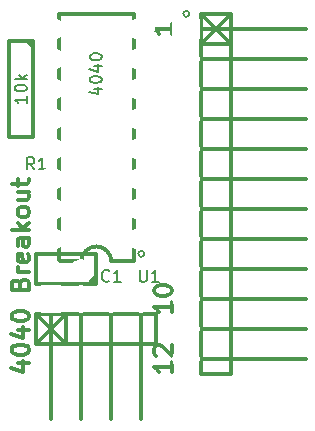
<source format=gto>
G04 (created by PCBNEW (2013-jun-18)-testing) date Sun 14 Jul 2013 06:43:36 PM EEST*
%MOIN*%
G04 Gerber Fmt 3.4, Leading zero omitted, Abs format*
%FSLAX34Y34*%
G01*
G70*
G90*
G04 APERTURE LIST*
%ADD10C,0.005906*%
%ADD11C,0.011811*%
%ADD12C,0.007874*%
%ADD13C,0.012000*%
%ADD14C,0.006000*%
%ADD15R,0.070992X0.094614*%
%ADD16O,0.070992X0.094614*%
%ADD17O,0.094614X0.067055*%
%ADD18R,0.094614X0.070992*%
%ADD19O,0.094614X0.070992*%
%ADD20C,0.067055*%
G04 APERTURE END LIST*
G54D10*
G54D11*
X5767Y637D02*
X5767Y300D01*
X5767Y468D02*
X5176Y468D01*
X5260Y412D01*
X5317Y356D01*
X5345Y300D01*
X5232Y862D02*
X5204Y890D01*
X5176Y946D01*
X5176Y1087D01*
X5204Y1143D01*
X5232Y1171D01*
X5289Y1199D01*
X5345Y1199D01*
X5429Y1171D01*
X5767Y834D01*
X5767Y1199D01*
X5767Y2637D02*
X5767Y2300D01*
X5767Y2468D02*
X5176Y2468D01*
X5260Y2412D01*
X5317Y2356D01*
X5345Y2300D01*
X5176Y3003D02*
X5176Y3059D01*
X5204Y3115D01*
X5232Y3143D01*
X5289Y3171D01*
X5401Y3199D01*
X5542Y3199D01*
X5654Y3171D01*
X5710Y3143D01*
X5739Y3115D01*
X5767Y3059D01*
X5767Y3003D01*
X5739Y2946D01*
X5710Y2918D01*
X5654Y2890D01*
X5542Y2862D01*
X5401Y2862D01*
X5289Y2890D01*
X5232Y2918D01*
X5204Y2946D01*
X5176Y3003D01*
X5767Y11918D02*
X5767Y11581D01*
X5767Y11750D02*
X5176Y11750D01*
X5260Y11693D01*
X5317Y11637D01*
X5345Y11581D01*
X623Y603D02*
X1017Y603D01*
X398Y462D02*
X820Y322D01*
X820Y687D01*
X426Y1025D02*
X426Y1081D01*
X454Y1137D01*
X482Y1165D01*
X539Y1194D01*
X651Y1222D01*
X792Y1222D01*
X904Y1194D01*
X960Y1165D01*
X989Y1137D01*
X1017Y1081D01*
X1017Y1025D01*
X989Y969D01*
X960Y940D01*
X904Y912D01*
X792Y884D01*
X651Y884D01*
X539Y912D01*
X482Y940D01*
X454Y969D01*
X426Y1025D01*
X623Y1728D02*
X1017Y1728D01*
X398Y1587D02*
X820Y1447D01*
X820Y1812D01*
X426Y2150D02*
X426Y2206D01*
X454Y2262D01*
X482Y2290D01*
X539Y2318D01*
X651Y2347D01*
X792Y2347D01*
X904Y2318D01*
X960Y2290D01*
X989Y2262D01*
X1017Y2206D01*
X1017Y2150D01*
X989Y2093D01*
X960Y2065D01*
X904Y2037D01*
X792Y2009D01*
X651Y2009D01*
X539Y2037D01*
X482Y2065D01*
X454Y2093D01*
X426Y2150D01*
X707Y3246D02*
X735Y3331D01*
X764Y3359D01*
X820Y3387D01*
X904Y3387D01*
X960Y3359D01*
X989Y3331D01*
X1017Y3275D01*
X1017Y3050D01*
X426Y3050D01*
X426Y3246D01*
X454Y3303D01*
X482Y3331D01*
X539Y3359D01*
X595Y3359D01*
X651Y3331D01*
X679Y3303D01*
X707Y3246D01*
X707Y3050D01*
X1017Y3640D02*
X623Y3640D01*
X735Y3640D02*
X679Y3668D01*
X651Y3696D01*
X623Y3753D01*
X623Y3809D01*
X989Y4231D02*
X1017Y4174D01*
X1017Y4062D01*
X989Y4006D01*
X932Y3978D01*
X707Y3978D01*
X651Y4006D01*
X623Y4062D01*
X623Y4174D01*
X651Y4231D01*
X707Y4259D01*
X764Y4259D01*
X820Y3978D01*
X1017Y4765D02*
X707Y4765D01*
X651Y4737D01*
X623Y4681D01*
X623Y4568D01*
X651Y4512D01*
X989Y4765D02*
X1017Y4709D01*
X1017Y4568D01*
X989Y4512D01*
X932Y4484D01*
X876Y4484D01*
X820Y4512D01*
X792Y4568D01*
X792Y4709D01*
X764Y4765D01*
X1017Y5046D02*
X426Y5046D01*
X792Y5102D02*
X1017Y5271D01*
X623Y5271D02*
X848Y5046D01*
X1017Y5609D02*
X989Y5552D01*
X960Y5524D01*
X904Y5496D01*
X735Y5496D01*
X679Y5524D01*
X651Y5552D01*
X623Y5609D01*
X623Y5693D01*
X651Y5749D01*
X679Y5777D01*
X735Y5805D01*
X904Y5805D01*
X960Y5777D01*
X989Y5749D01*
X1017Y5693D01*
X1017Y5609D01*
X623Y6312D02*
X1017Y6312D01*
X623Y6059D02*
X932Y6059D01*
X989Y6087D01*
X1017Y6143D01*
X1017Y6227D01*
X989Y6284D01*
X960Y6312D01*
X623Y6508D02*
X623Y6733D01*
X426Y6593D02*
X932Y6593D01*
X989Y6621D01*
X1017Y6677D01*
X1017Y6733D01*
G54D12*
X4850Y4250D02*
G75*
G03X4850Y4250I-100J0D01*
G74*
G01*
X6350Y12250D02*
G75*
G03X6350Y12250I-100J0D01*
G74*
G01*
G54D13*
X1250Y2250D02*
X2250Y1250D01*
X2250Y2250D02*
X1250Y1250D01*
X1250Y2250D02*
X5250Y2250D01*
X5250Y2250D02*
X5250Y1250D01*
X5250Y1250D02*
X1250Y1250D01*
X2250Y2250D02*
X2250Y1250D01*
X1750Y2750D02*
X1750Y-1250D01*
X4750Y2750D02*
X4750Y-1250D01*
X3750Y-1250D02*
X3750Y2750D01*
X2750Y2750D02*
X2750Y-1250D01*
X1250Y1250D02*
X1250Y2250D01*
G54D11*
X3750Y4000D02*
G75*
G03X3250Y4500I-500J0D01*
G74*
G01*
X3250Y4500D02*
G75*
G03X2750Y4000I0J-500D01*
G74*
G01*
X3750Y4000D02*
X4500Y4000D01*
X2000Y4000D02*
X2750Y4000D01*
X4500Y12250D02*
X4500Y4000D01*
X2000Y4000D02*
X2000Y12250D01*
X2000Y12250D02*
X4500Y12250D01*
G54D13*
X6750Y12250D02*
X6750Y250D01*
X6750Y250D02*
X7750Y250D01*
X7750Y250D02*
X7750Y12250D01*
X6250Y750D02*
X10250Y750D01*
X6250Y1750D02*
X10250Y1750D01*
X7750Y11250D02*
X6750Y12250D01*
X7750Y12250D02*
X6750Y11250D01*
X6250Y2750D02*
X10250Y2750D01*
X6250Y3750D02*
X10250Y3750D01*
X6250Y4750D02*
X10250Y4750D01*
X6250Y5750D02*
X10250Y5750D01*
X6750Y11250D02*
X7750Y11250D01*
X6250Y11750D02*
X10250Y11750D01*
X6250Y6750D02*
X10250Y6750D01*
X6250Y7750D02*
X10250Y7750D01*
X6250Y8750D02*
X10250Y8750D01*
X10250Y9750D02*
X6250Y9750D01*
X6250Y10750D02*
X10250Y10750D01*
X7750Y12250D02*
X6750Y12250D01*
X750Y11750D02*
X750Y11350D01*
X750Y11350D02*
X1150Y11350D01*
X1150Y11350D02*
X1150Y8150D01*
X1150Y8150D02*
X350Y8150D01*
X350Y8150D02*
X350Y11350D01*
X350Y11350D02*
X750Y11350D01*
X950Y11350D02*
X1150Y11150D01*
X750Y7750D02*
X750Y8150D01*
X3230Y3250D02*
X1250Y3250D01*
X1250Y3250D02*
X1250Y4250D01*
X1250Y4250D02*
X3250Y4250D01*
X3250Y4250D02*
X3250Y3250D01*
X3250Y3500D02*
X3000Y3250D01*
G54D14*
X4695Y3719D02*
X4695Y3395D01*
X4714Y3357D01*
X4733Y3338D01*
X4771Y3319D01*
X4847Y3319D01*
X4885Y3338D01*
X4904Y3357D01*
X4923Y3395D01*
X4923Y3719D01*
X5323Y3319D02*
X5095Y3319D01*
X5209Y3319D02*
X5209Y3719D01*
X5171Y3661D01*
X5133Y3623D01*
X5095Y3604D01*
X3164Y9754D02*
X3430Y9754D01*
X3011Y9659D02*
X3297Y9564D01*
X3297Y9811D01*
X3030Y10040D02*
X3030Y10078D01*
X3050Y10116D01*
X3069Y10135D01*
X3107Y10154D01*
X3183Y10173D01*
X3278Y10173D01*
X3354Y10154D01*
X3392Y10135D01*
X3411Y10116D01*
X3430Y10078D01*
X3430Y10040D01*
X3411Y10002D01*
X3392Y9983D01*
X3354Y9964D01*
X3278Y9945D01*
X3183Y9945D01*
X3107Y9964D01*
X3069Y9983D01*
X3050Y10002D01*
X3030Y10040D01*
X3164Y10516D02*
X3430Y10516D01*
X3011Y10421D02*
X3297Y10326D01*
X3297Y10573D01*
X3030Y10802D02*
X3030Y10840D01*
X3050Y10878D01*
X3069Y10897D01*
X3107Y10916D01*
X3183Y10935D01*
X3278Y10935D01*
X3354Y10916D01*
X3392Y10897D01*
X3411Y10878D01*
X3430Y10840D01*
X3430Y10802D01*
X3411Y10764D01*
X3392Y10745D01*
X3354Y10726D01*
X3278Y10707D01*
X3183Y10707D01*
X3107Y10726D01*
X3069Y10745D01*
X3050Y10764D01*
X3030Y10802D01*
X1183Y7069D02*
X1050Y7259D01*
X954Y7069D02*
X954Y7469D01*
X1107Y7469D01*
X1145Y7450D01*
X1164Y7430D01*
X1183Y7392D01*
X1183Y7335D01*
X1164Y7297D01*
X1145Y7278D01*
X1107Y7259D01*
X954Y7259D01*
X1564Y7069D02*
X1335Y7069D01*
X1450Y7069D02*
X1450Y7469D01*
X1411Y7411D01*
X1373Y7373D01*
X1335Y7354D01*
X930Y9511D02*
X930Y9283D01*
X930Y9397D02*
X530Y9397D01*
X588Y9359D01*
X626Y9321D01*
X645Y9283D01*
X530Y9759D02*
X530Y9797D01*
X550Y9835D01*
X569Y9854D01*
X607Y9873D01*
X683Y9892D01*
X778Y9892D01*
X854Y9873D01*
X892Y9854D01*
X911Y9835D01*
X930Y9797D01*
X930Y9759D01*
X911Y9721D01*
X892Y9702D01*
X854Y9683D01*
X778Y9664D01*
X683Y9664D01*
X607Y9683D01*
X569Y9702D01*
X550Y9721D01*
X530Y9759D01*
X930Y10064D02*
X530Y10064D01*
X778Y10102D02*
X930Y10216D01*
X664Y10216D02*
X816Y10064D01*
X3683Y3357D02*
X3664Y3338D01*
X3607Y3319D01*
X3569Y3319D01*
X3511Y3338D01*
X3473Y3376D01*
X3454Y3414D01*
X3435Y3490D01*
X3435Y3547D01*
X3454Y3623D01*
X3473Y3661D01*
X3511Y3700D01*
X3569Y3719D01*
X3607Y3719D01*
X3664Y3700D01*
X3683Y3680D01*
X4064Y3319D02*
X3835Y3319D01*
X3950Y3319D02*
X3950Y3719D01*
X3911Y3661D01*
X3873Y3623D01*
X3835Y3604D01*
%LPC*%
G54D15*
X1750Y2750D03*
G54D16*
X2750Y2750D03*
X3750Y2750D03*
X4750Y2750D03*
G54D17*
X4750Y4750D03*
X4750Y5750D03*
X4750Y6750D03*
X4750Y7750D03*
X4750Y8750D03*
X4750Y9750D03*
X4750Y10750D03*
X4750Y11750D03*
X1750Y11750D03*
X1750Y10750D03*
X1750Y9750D03*
X1750Y8750D03*
X1750Y7750D03*
X1750Y6750D03*
X1750Y5750D03*
X1750Y4750D03*
G54D18*
X6250Y11750D03*
G54D19*
X6250Y10750D03*
X6250Y9750D03*
X6250Y8750D03*
X6250Y7750D03*
X6250Y6750D03*
X6250Y5750D03*
X6250Y4750D03*
X6250Y3750D03*
X6250Y2750D03*
X6250Y1750D03*
X6250Y750D03*
G54D20*
X750Y11750D03*
X750Y7750D03*
X2750Y3750D03*
X1750Y3750D03*
M02*

</source>
